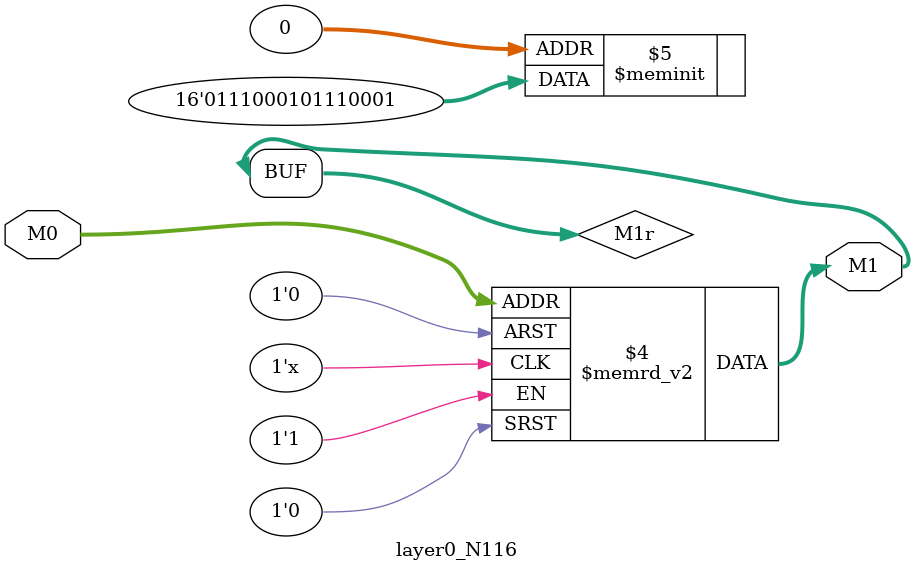
<source format=v>
module layer0_N116 ( input [2:0] M0, output [1:0] M1 );

	(*rom_style = "distributed" *) reg [1:0] M1r;
	assign M1 = M1r;
	always @ (M0) begin
		case (M0)
			3'b000: M1r = 2'b01;
			3'b100: M1r = 2'b01;
			3'b010: M1r = 2'b11;
			3'b110: M1r = 2'b11;
			3'b001: M1r = 2'b00;
			3'b101: M1r = 2'b00;
			3'b011: M1r = 2'b01;
			3'b111: M1r = 2'b01;

		endcase
	end
endmodule

</source>
